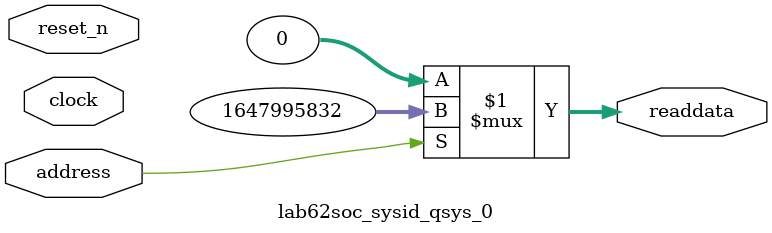
<source format=v>



// synthesis translate_off
`timescale 1ns / 1ps
// synthesis translate_on

// turn off superfluous verilog processor warnings 
// altera message_level Level1 
// altera message_off 10034 10035 10036 10037 10230 10240 10030 

module lab62soc_sysid_qsys_0 (
               // inputs:
                address,
                clock,
                reset_n,

               // outputs:
                readdata
             )
;

  output  [ 31: 0] readdata;
  input            address;
  input            clock;
  input            reset_n;

  wire    [ 31: 0] readdata;
  //control_slave, which is an e_avalon_slave
  assign readdata = address ? 1647995832 : 0;

endmodule



</source>
